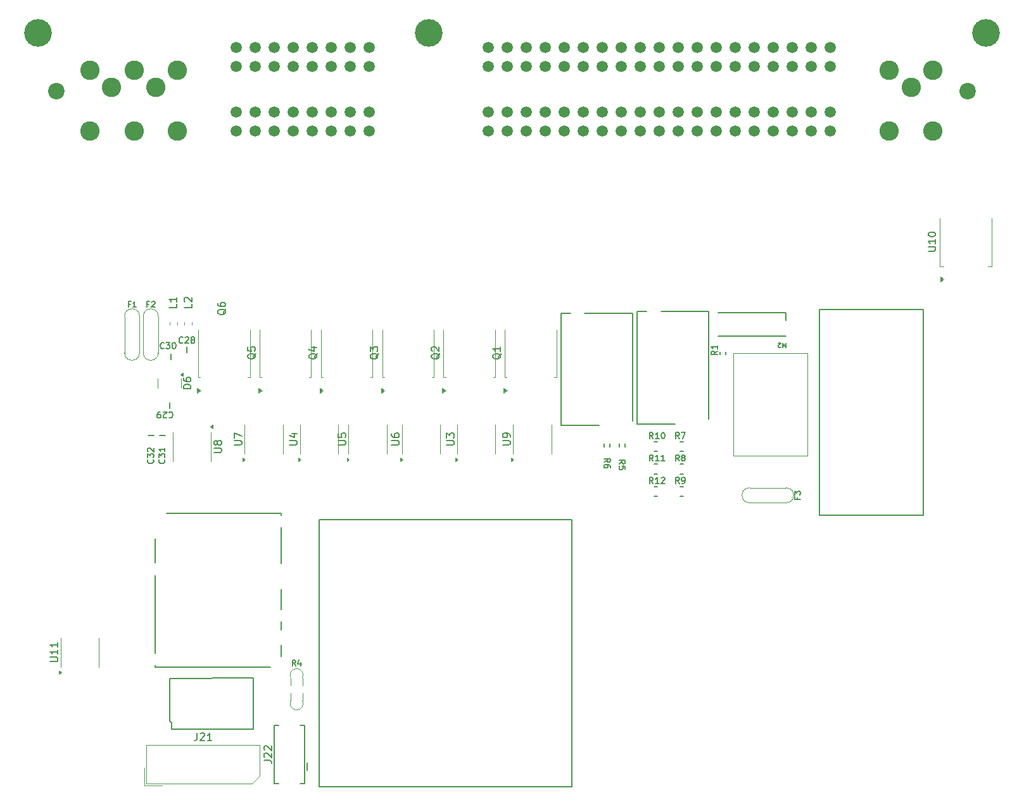
<source format=gto>
G04 #@! TF.GenerationSoftware,KiCad,Pcbnew,8.0.8*
G04 #@! TF.CreationDate,2025-12-10T10:52:46-05:00*
G04 #@! TF.ProjectId,hellen121vag,68656c6c-656e-4313-9231-7661672e6b69,d*
G04 #@! TF.SameCoordinates,PX2b953a0PY6943058*
G04 #@! TF.FileFunction,Legend,Top*
G04 #@! TF.FilePolarity,Positive*
%FSLAX46Y46*%
G04 Gerber Fmt 4.6, Leading zero omitted, Abs format (unit mm)*
G04 Created by KiCad (PCBNEW 8.0.8) date 2025-12-10 10:52:46*
%MOMM*%
%LPD*%
G01*
G04 APERTURE LIST*
%ADD10C,0.170000*%
%ADD11C,0.150000*%
%ADD12C,0.127000*%
%ADD13C,0.100000*%
%ADD14C,0.200000*%
%ADD15C,0.120000*%
%ADD16C,0.099060*%
%ADD17C,0.203200*%
%ADD18C,3.700000*%
%ADD19C,2.200000*%
%ADD20C,2.600000*%
%ADD21C,1.500000*%
G04 APERTURE END LIST*
D10*
X100461978Y52963153D02*
X100188644Y53353629D01*
X99993406Y52963153D02*
X99993406Y53783154D01*
X99993406Y53783154D02*
X100305787Y53783154D01*
X100305787Y53783154D02*
X100383883Y53744106D01*
X100383883Y53744106D02*
X100422930Y53705058D01*
X100422930Y53705058D02*
X100461978Y53626963D01*
X100461978Y53626963D02*
X100461978Y53509820D01*
X100461978Y53509820D02*
X100422930Y53431725D01*
X100422930Y53431725D02*
X100383883Y53392677D01*
X100383883Y53392677D02*
X100305787Y53353629D01*
X100305787Y53353629D02*
X99993406Y53353629D01*
X101242931Y52963153D02*
X100774359Y52963153D01*
X101008645Y52963153D02*
X101008645Y53783154D01*
X101008645Y53783154D02*
X100930550Y53666011D01*
X100930550Y53666011D02*
X100852455Y53587915D01*
X100852455Y53587915D02*
X100774359Y53548868D01*
X101555312Y53705058D02*
X101594360Y53744106D01*
X101594360Y53744106D02*
X101672455Y53783154D01*
X101672455Y53783154D02*
X101867694Y53783154D01*
X101867694Y53783154D02*
X101945789Y53744106D01*
X101945789Y53744106D02*
X101984837Y53705058D01*
X101984837Y53705058D02*
X102023884Y53626963D01*
X102023884Y53626963D02*
X102023884Y53548868D01*
X102023884Y53548868D02*
X101984837Y53431725D01*
X101984837Y53431725D02*
X101516265Y52963153D01*
X101516265Y52963153D02*
X102023884Y52963153D01*
D11*
X38754819Y76995834D02*
X38754819Y76519644D01*
X38754819Y76519644D02*
X37754819Y76519644D01*
X37850057Y77281549D02*
X37802438Y77329168D01*
X37802438Y77329168D02*
X37754819Y77424406D01*
X37754819Y77424406D02*
X37754819Y77662501D01*
X37754819Y77662501D02*
X37802438Y77757739D01*
X37802438Y77757739D02*
X37850057Y77805358D01*
X37850057Y77805358D02*
X37945295Y77852977D01*
X37945295Y77852977D02*
X38040533Y77852977D01*
X38040533Y77852977D02*
X38183390Y77805358D01*
X38183390Y77805358D02*
X38754819Y77233930D01*
X38754819Y77233930D02*
X38754819Y77852977D01*
X80130057Y70344762D02*
X80082438Y70249524D01*
X80082438Y70249524D02*
X79987200Y70154286D01*
X79987200Y70154286D02*
X79844342Y70011429D01*
X79844342Y70011429D02*
X79796723Y69916191D01*
X79796723Y69916191D02*
X79796723Y69820953D01*
X80034819Y69868572D02*
X79987200Y69773334D01*
X79987200Y69773334D02*
X79891961Y69678096D01*
X79891961Y69678096D02*
X79701485Y69630477D01*
X79701485Y69630477D02*
X79368152Y69630477D01*
X79368152Y69630477D02*
X79177676Y69678096D01*
X79177676Y69678096D02*
X79082438Y69773334D01*
X79082438Y69773334D02*
X79034819Y69868572D01*
X79034819Y69868572D02*
X79034819Y70059048D01*
X79034819Y70059048D02*
X79082438Y70154286D01*
X79082438Y70154286D02*
X79177676Y70249524D01*
X79177676Y70249524D02*
X79368152Y70297143D01*
X79368152Y70297143D02*
X79701485Y70297143D01*
X79701485Y70297143D02*
X79891961Y70249524D01*
X79891961Y70249524D02*
X79987200Y70154286D01*
X79987200Y70154286D02*
X80034819Y70059048D01*
X80034819Y70059048D02*
X80034819Y69868572D01*
X80034819Y71249524D02*
X80034819Y70678096D01*
X80034819Y70963810D02*
X79034819Y70963810D01*
X79034819Y70963810D02*
X79177676Y70868572D01*
X79177676Y70868572D02*
X79272914Y70773334D01*
X79272914Y70773334D02*
X79320533Y70678096D01*
X55545057Y70344762D02*
X55497438Y70249524D01*
X55497438Y70249524D02*
X55402200Y70154286D01*
X55402200Y70154286D02*
X55259342Y70011429D01*
X55259342Y70011429D02*
X55211723Y69916191D01*
X55211723Y69916191D02*
X55211723Y69820953D01*
X55449819Y69868572D02*
X55402200Y69773334D01*
X55402200Y69773334D02*
X55306961Y69678096D01*
X55306961Y69678096D02*
X55116485Y69630477D01*
X55116485Y69630477D02*
X54783152Y69630477D01*
X54783152Y69630477D02*
X54592676Y69678096D01*
X54592676Y69678096D02*
X54497438Y69773334D01*
X54497438Y69773334D02*
X54449819Y69868572D01*
X54449819Y69868572D02*
X54449819Y70059048D01*
X54449819Y70059048D02*
X54497438Y70154286D01*
X54497438Y70154286D02*
X54592676Y70249524D01*
X54592676Y70249524D02*
X54783152Y70297143D01*
X54783152Y70297143D02*
X55116485Y70297143D01*
X55116485Y70297143D02*
X55306961Y70249524D01*
X55306961Y70249524D02*
X55402200Y70154286D01*
X55402200Y70154286D02*
X55449819Y70059048D01*
X55449819Y70059048D02*
X55449819Y69868572D01*
X54783152Y71154286D02*
X55449819Y71154286D01*
X54402200Y70916191D02*
X55116485Y70678096D01*
X55116485Y70678096D02*
X55116485Y71297143D01*
D10*
X37575652Y71802418D02*
X37536604Y71763370D01*
X37536604Y71763370D02*
X37419461Y71724323D01*
X37419461Y71724323D02*
X37341366Y71724323D01*
X37341366Y71724323D02*
X37224223Y71763370D01*
X37224223Y71763370D02*
X37146128Y71841466D01*
X37146128Y71841466D02*
X37107080Y71919561D01*
X37107080Y71919561D02*
X37068032Y72075752D01*
X37068032Y72075752D02*
X37068032Y72192895D01*
X37068032Y72192895D02*
X37107080Y72349085D01*
X37107080Y72349085D02*
X37146128Y72427181D01*
X37146128Y72427181D02*
X37224223Y72505276D01*
X37224223Y72505276D02*
X37341366Y72544324D01*
X37341366Y72544324D02*
X37419461Y72544324D01*
X37419461Y72544324D02*
X37536604Y72505276D01*
X37536604Y72505276D02*
X37575652Y72466228D01*
X37888033Y72466228D02*
X37927081Y72505276D01*
X37927081Y72505276D02*
X38005176Y72544324D01*
X38005176Y72544324D02*
X38200415Y72544324D01*
X38200415Y72544324D02*
X38278510Y72505276D01*
X38278510Y72505276D02*
X38317558Y72466228D01*
X38317558Y72466228D02*
X38356605Y72388133D01*
X38356605Y72388133D02*
X38356605Y72310038D01*
X38356605Y72310038D02*
X38317558Y72192895D01*
X38317558Y72192895D02*
X37848986Y71724323D01*
X37848986Y71724323D02*
X38356605Y71724323D01*
X38825177Y72192895D02*
X38747082Y72231942D01*
X38747082Y72231942D02*
X38708034Y72270990D01*
X38708034Y72270990D02*
X38668986Y72349085D01*
X38668986Y72349085D02*
X38668986Y72388133D01*
X38668986Y72388133D02*
X38708034Y72466228D01*
X38708034Y72466228D02*
X38747082Y72505276D01*
X38747082Y72505276D02*
X38825177Y72544324D01*
X38825177Y72544324D02*
X38981368Y72544324D01*
X38981368Y72544324D02*
X39059463Y72505276D01*
X39059463Y72505276D02*
X39098511Y72466228D01*
X39098511Y72466228D02*
X39137558Y72388133D01*
X39137558Y72388133D02*
X39137558Y72349085D01*
X39137558Y72349085D02*
X39098511Y72270990D01*
X39098511Y72270990D02*
X39059463Y72231942D01*
X39059463Y72231942D02*
X38981368Y72192895D01*
X38981368Y72192895D02*
X38825177Y72192895D01*
X38825177Y72192895D02*
X38747082Y72153847D01*
X38747082Y72153847D02*
X38708034Y72114799D01*
X38708034Y72114799D02*
X38668986Y72036704D01*
X38668986Y72036704D02*
X38668986Y71880513D01*
X38668986Y71880513D02*
X38708034Y71802418D01*
X38708034Y71802418D02*
X38747082Y71763370D01*
X38747082Y71763370D02*
X38825177Y71724323D01*
X38825177Y71724323D02*
X38981368Y71724323D01*
X38981368Y71724323D02*
X39059463Y71763370D01*
X39059463Y71763370D02*
X39098511Y71802418D01*
X39098511Y71802418D02*
X39137558Y71880513D01*
X39137558Y71880513D02*
X39137558Y72036704D01*
X39137558Y72036704D02*
X39098511Y72114799D01*
X39098511Y72114799D02*
X39059463Y72153847D01*
X39059463Y72153847D02*
X38981368Y72192895D01*
D11*
X44449819Y58113096D02*
X45259342Y58113096D01*
X45259342Y58113096D02*
X45354580Y58160715D01*
X45354580Y58160715D02*
X45402200Y58208334D01*
X45402200Y58208334D02*
X45449819Y58303572D01*
X45449819Y58303572D02*
X45449819Y58494048D01*
X45449819Y58494048D02*
X45402200Y58589286D01*
X45402200Y58589286D02*
X45354580Y58636905D01*
X45354580Y58636905D02*
X45259342Y58684524D01*
X45259342Y58684524D02*
X44449819Y58684524D01*
X44449819Y59065477D02*
X44449819Y59732143D01*
X44449819Y59732143D02*
X45449819Y59303572D01*
X118183258Y71780573D02*
X118183258Y71180573D01*
X118183258Y71180573D02*
X117983258Y71609144D01*
X117983258Y71609144D02*
X117783258Y71180573D01*
X117783258Y71180573D02*
X117783258Y71780573D01*
X117526116Y71237716D02*
X117497544Y71209144D01*
X117497544Y71209144D02*
X117440402Y71180573D01*
X117440402Y71180573D02*
X117297544Y71180573D01*
X117297544Y71180573D02*
X117240402Y71209144D01*
X117240402Y71209144D02*
X117211830Y71237716D01*
X117211830Y71237716D02*
X117183259Y71294859D01*
X117183259Y71294859D02*
X117183259Y71352001D01*
X117183259Y71352001D02*
X117211830Y71437716D01*
X117211830Y71437716D02*
X117554687Y71780573D01*
X117554687Y71780573D02*
X117183259Y71780573D01*
X137229819Y84051906D02*
X138039342Y84051906D01*
X138039342Y84051906D02*
X138134580Y84099525D01*
X138134580Y84099525D02*
X138182200Y84147144D01*
X138182200Y84147144D02*
X138229819Y84242382D01*
X138229819Y84242382D02*
X138229819Y84432858D01*
X138229819Y84432858D02*
X138182200Y84528096D01*
X138182200Y84528096D02*
X138134580Y84575715D01*
X138134580Y84575715D02*
X138039342Y84623334D01*
X138039342Y84623334D02*
X137229819Y84623334D01*
X138229819Y85623334D02*
X138229819Y85051906D01*
X138229819Y85337620D02*
X137229819Y85337620D01*
X137229819Y85337620D02*
X137372676Y85242382D01*
X137372676Y85242382D02*
X137467914Y85147144D01*
X137467914Y85147144D02*
X137515533Y85051906D01*
X137229819Y86242382D02*
X137229819Y86337620D01*
X137229819Y86337620D02*
X137277438Y86432858D01*
X137277438Y86432858D02*
X137325057Y86480477D01*
X137325057Y86480477D02*
X137420295Y86528096D01*
X137420295Y86528096D02*
X137610771Y86575715D01*
X137610771Y86575715D02*
X137848866Y86575715D01*
X137848866Y86575715D02*
X138039342Y86528096D01*
X138039342Y86528096D02*
X138134580Y86480477D01*
X138134580Y86480477D02*
X138182200Y86432858D01*
X138182200Y86432858D02*
X138229819Y86337620D01*
X138229819Y86337620D02*
X138229819Y86242382D01*
X138229819Y86242382D02*
X138182200Y86147144D01*
X138182200Y86147144D02*
X138134580Y86099525D01*
X138134580Y86099525D02*
X138039342Y86051906D01*
X138039342Y86051906D02*
X137848866Y86004287D01*
X137848866Y86004287D02*
X137610771Y86004287D01*
X137610771Y86004287D02*
X137420295Y86051906D01*
X137420295Y86051906D02*
X137325057Y86099525D01*
X137325057Y86099525D02*
X137277438Y86147144D01*
X137277438Y86147144D02*
X137229819Y86242382D01*
X43350057Y76279762D02*
X43302438Y76184524D01*
X43302438Y76184524D02*
X43207200Y76089286D01*
X43207200Y76089286D02*
X43064342Y75946429D01*
X43064342Y75946429D02*
X43016723Y75851191D01*
X43016723Y75851191D02*
X43016723Y75755953D01*
X43254819Y75803572D02*
X43207200Y75708334D01*
X43207200Y75708334D02*
X43111961Y75613096D01*
X43111961Y75613096D02*
X42921485Y75565477D01*
X42921485Y75565477D02*
X42588152Y75565477D01*
X42588152Y75565477D02*
X42397676Y75613096D01*
X42397676Y75613096D02*
X42302438Y75708334D01*
X42302438Y75708334D02*
X42254819Y75803572D01*
X42254819Y75803572D02*
X42254819Y75994048D01*
X42254819Y75994048D02*
X42302438Y76089286D01*
X42302438Y76089286D02*
X42397676Y76184524D01*
X42397676Y76184524D02*
X42588152Y76232143D01*
X42588152Y76232143D02*
X42921485Y76232143D01*
X42921485Y76232143D02*
X43111961Y76184524D01*
X43111961Y76184524D02*
X43207200Y76089286D01*
X43207200Y76089286D02*
X43254819Y75994048D01*
X43254819Y75994048D02*
X43254819Y75803572D01*
X42254819Y77089286D02*
X42254819Y76898810D01*
X42254819Y76898810D02*
X42302438Y76803572D01*
X42302438Y76803572D02*
X42350057Y76755953D01*
X42350057Y76755953D02*
X42492914Y76660715D01*
X42492914Y76660715D02*
X42683390Y76613096D01*
X42683390Y76613096D02*
X43064342Y76613096D01*
X43064342Y76613096D02*
X43159580Y76660715D01*
X43159580Y76660715D02*
X43207200Y76708334D01*
X43207200Y76708334D02*
X43254819Y76803572D01*
X43254819Y76803572D02*
X43254819Y76994048D01*
X43254819Y76994048D02*
X43207200Y77089286D01*
X43207200Y77089286D02*
X43159580Y77136905D01*
X43159580Y77136905D02*
X43064342Y77184524D01*
X43064342Y77184524D02*
X42826247Y77184524D01*
X42826247Y77184524D02*
X42731009Y77136905D01*
X42731009Y77136905D02*
X42683390Y77089286D01*
X42683390Y77089286D02*
X42635771Y76994048D01*
X42635771Y76994048D02*
X42635771Y76803572D01*
X42635771Y76803572D02*
X42683390Y76708334D01*
X42683390Y76708334D02*
X42731009Y76660715D01*
X42731009Y76660715D02*
X42826247Y76613096D01*
D10*
X35732466Y62447583D02*
X35771514Y62486630D01*
X35771514Y62486630D02*
X35888657Y62525678D01*
X35888657Y62525678D02*
X35966752Y62525678D01*
X35966752Y62525678D02*
X36083895Y62486630D01*
X36083895Y62486630D02*
X36161991Y62408535D01*
X36161991Y62408535D02*
X36201038Y62330440D01*
X36201038Y62330440D02*
X36240086Y62174249D01*
X36240086Y62174249D02*
X36240086Y62057106D01*
X36240086Y62057106D02*
X36201038Y61900915D01*
X36201038Y61900915D02*
X36161991Y61822820D01*
X36161991Y61822820D02*
X36083895Y61744725D01*
X36083895Y61744725D02*
X35966752Y61705677D01*
X35966752Y61705677D02*
X35888657Y61705677D01*
X35888657Y61705677D02*
X35771514Y61744725D01*
X35771514Y61744725D02*
X35732466Y61783772D01*
X35420085Y61783772D02*
X35381037Y61744725D01*
X35381037Y61744725D02*
X35302942Y61705677D01*
X35302942Y61705677D02*
X35107704Y61705677D01*
X35107704Y61705677D02*
X35029608Y61744725D01*
X35029608Y61744725D02*
X34990561Y61783772D01*
X34990561Y61783772D02*
X34951513Y61861868D01*
X34951513Y61861868D02*
X34951513Y61939963D01*
X34951513Y61939963D02*
X34990561Y62057106D01*
X34990561Y62057106D02*
X35459133Y62525678D01*
X35459133Y62525678D02*
X34951513Y62525678D01*
X34561037Y62525678D02*
X34404846Y62525678D01*
X34404846Y62525678D02*
X34326751Y62486630D01*
X34326751Y62486630D02*
X34287703Y62447583D01*
X34287703Y62447583D02*
X34209608Y62330440D01*
X34209608Y62330440D02*
X34170560Y62174249D01*
X34170560Y62174249D02*
X34170560Y61861868D01*
X34170560Y61861868D02*
X34209608Y61783772D01*
X34209608Y61783772D02*
X34248655Y61744725D01*
X34248655Y61744725D02*
X34326751Y61705677D01*
X34326751Y61705677D02*
X34482941Y61705677D01*
X34482941Y61705677D02*
X34561037Y61744725D01*
X34561037Y61744725D02*
X34600084Y61783772D01*
X34600084Y61783772D02*
X34639132Y61861868D01*
X34639132Y61861868D02*
X34639132Y62057106D01*
X34639132Y62057106D02*
X34600084Y62135201D01*
X34600084Y62135201D02*
X34561037Y62174249D01*
X34561037Y62174249D02*
X34482941Y62213297D01*
X34482941Y62213297D02*
X34326751Y62213297D01*
X34326751Y62213297D02*
X34248655Y62174249D01*
X34248655Y62174249D02*
X34209608Y62135201D01*
X34209608Y62135201D02*
X34170560Y62057106D01*
X35112712Y56150653D02*
X35151760Y56111605D01*
X35151760Y56111605D02*
X35190807Y55994462D01*
X35190807Y55994462D02*
X35190807Y55916367D01*
X35190807Y55916367D02*
X35151760Y55799224D01*
X35151760Y55799224D02*
X35073664Y55721128D01*
X35073664Y55721128D02*
X34995569Y55682081D01*
X34995569Y55682081D02*
X34839378Y55643033D01*
X34839378Y55643033D02*
X34722235Y55643033D01*
X34722235Y55643033D02*
X34566045Y55682081D01*
X34566045Y55682081D02*
X34487949Y55721128D01*
X34487949Y55721128D02*
X34409854Y55799224D01*
X34409854Y55799224D02*
X34370806Y55916367D01*
X34370806Y55916367D02*
X34370806Y55994462D01*
X34370806Y55994462D02*
X34409854Y56111605D01*
X34409854Y56111605D02*
X34448902Y56150653D01*
X34370806Y56423986D02*
X34370806Y56931606D01*
X34370806Y56931606D02*
X34683188Y56658272D01*
X34683188Y56658272D02*
X34683188Y56775415D01*
X34683188Y56775415D02*
X34722235Y56853511D01*
X34722235Y56853511D02*
X34761283Y56892558D01*
X34761283Y56892558D02*
X34839378Y56931606D01*
X34839378Y56931606D02*
X35034617Y56931606D01*
X35034617Y56931606D02*
X35112712Y56892558D01*
X35112712Y56892558D02*
X35151760Y56853511D01*
X35151760Y56853511D02*
X35190807Y56775415D01*
X35190807Y56775415D02*
X35190807Y56541129D01*
X35190807Y56541129D02*
X35151760Y56463034D01*
X35151760Y56463034D02*
X35112712Y56423986D01*
X35190807Y57712559D02*
X35190807Y57243987D01*
X35190807Y57478273D02*
X34370806Y57478273D01*
X34370806Y57478273D02*
X34487949Y57400178D01*
X34487949Y57400178D02*
X34566045Y57322082D01*
X34566045Y57322082D02*
X34605092Y57243987D01*
X103961978Y55963153D02*
X103688644Y56353629D01*
X103493406Y55963153D02*
X103493406Y56783154D01*
X103493406Y56783154D02*
X103805787Y56783154D01*
X103805787Y56783154D02*
X103883883Y56744106D01*
X103883883Y56744106D02*
X103922930Y56705058D01*
X103922930Y56705058D02*
X103961978Y56626963D01*
X103961978Y56626963D02*
X103961978Y56509820D01*
X103961978Y56509820D02*
X103922930Y56431725D01*
X103922930Y56431725D02*
X103883883Y56392677D01*
X103883883Y56392677D02*
X103805787Y56353629D01*
X103805787Y56353629D02*
X103493406Y56353629D01*
X104430550Y56431725D02*
X104352455Y56470772D01*
X104352455Y56470772D02*
X104313407Y56509820D01*
X104313407Y56509820D02*
X104274359Y56587915D01*
X104274359Y56587915D02*
X104274359Y56626963D01*
X104274359Y56626963D02*
X104313407Y56705058D01*
X104313407Y56705058D02*
X104352455Y56744106D01*
X104352455Y56744106D02*
X104430550Y56783154D01*
X104430550Y56783154D02*
X104586741Y56783154D01*
X104586741Y56783154D02*
X104664836Y56744106D01*
X104664836Y56744106D02*
X104703884Y56705058D01*
X104703884Y56705058D02*
X104742931Y56626963D01*
X104742931Y56626963D02*
X104742931Y56587915D01*
X104742931Y56587915D02*
X104703884Y56509820D01*
X104703884Y56509820D02*
X104664836Y56470772D01*
X104664836Y56470772D02*
X104586741Y56431725D01*
X104586741Y56431725D02*
X104430550Y56431725D01*
X104430550Y56431725D02*
X104352455Y56392677D01*
X104352455Y56392677D02*
X104313407Y56353629D01*
X104313407Y56353629D02*
X104274359Y56275534D01*
X104274359Y56275534D02*
X104274359Y56119343D01*
X104274359Y56119343D02*
X104313407Y56041248D01*
X104313407Y56041248D02*
X104352455Y56002200D01*
X104352455Y56002200D02*
X104430550Y55963153D01*
X104430550Y55963153D02*
X104586741Y55963153D01*
X104586741Y55963153D02*
X104664836Y56002200D01*
X104664836Y56002200D02*
X104703884Y56041248D01*
X104703884Y56041248D02*
X104742931Y56119343D01*
X104742931Y56119343D02*
X104742931Y56275534D01*
X104742931Y56275534D02*
X104703884Y56353629D01*
X104703884Y56353629D02*
X104664836Y56392677D01*
X104664836Y56392677D02*
X104586741Y56431725D01*
X100461978Y58963153D02*
X100188644Y59353629D01*
X99993406Y58963153D02*
X99993406Y59783154D01*
X99993406Y59783154D02*
X100305787Y59783154D01*
X100305787Y59783154D02*
X100383883Y59744106D01*
X100383883Y59744106D02*
X100422930Y59705058D01*
X100422930Y59705058D02*
X100461978Y59626963D01*
X100461978Y59626963D02*
X100461978Y59509820D01*
X100461978Y59509820D02*
X100422930Y59431725D01*
X100422930Y59431725D02*
X100383883Y59392677D01*
X100383883Y59392677D02*
X100305787Y59353629D01*
X100305787Y59353629D02*
X99993406Y59353629D01*
X101242931Y58963153D02*
X100774359Y58963153D01*
X101008645Y58963153D02*
X101008645Y59783154D01*
X101008645Y59783154D02*
X100930550Y59666011D01*
X100930550Y59666011D02*
X100852455Y59587915D01*
X100852455Y59587915D02*
X100774359Y59548868D01*
X101750551Y59783154D02*
X101828646Y59783154D01*
X101828646Y59783154D02*
X101906741Y59744106D01*
X101906741Y59744106D02*
X101945789Y59705058D01*
X101945789Y59705058D02*
X101984837Y59626963D01*
X101984837Y59626963D02*
X102023884Y59470772D01*
X102023884Y59470772D02*
X102023884Y59275534D01*
X102023884Y59275534D02*
X101984837Y59119343D01*
X101984837Y59119343D02*
X101945789Y59041248D01*
X101945789Y59041248D02*
X101906741Y59002200D01*
X101906741Y59002200D02*
X101828646Y58963153D01*
X101828646Y58963153D02*
X101750551Y58963153D01*
X101750551Y58963153D02*
X101672455Y59002200D01*
X101672455Y59002200D02*
X101633408Y59041248D01*
X101633408Y59041248D02*
X101594360Y59119343D01*
X101594360Y59119343D02*
X101555312Y59275534D01*
X101555312Y59275534D02*
X101555312Y59470772D01*
X101555312Y59470772D02*
X101594360Y59626963D01*
X101594360Y59626963D02*
X101633408Y59705058D01*
X101633408Y59705058D02*
X101672455Y59744106D01*
X101672455Y59744106D02*
X101750551Y59783154D01*
D11*
X58354819Y58113096D02*
X59164342Y58113096D01*
X59164342Y58113096D02*
X59259580Y58160715D01*
X59259580Y58160715D02*
X59307200Y58208334D01*
X59307200Y58208334D02*
X59354819Y58303572D01*
X59354819Y58303572D02*
X59354819Y58494048D01*
X59354819Y58494048D02*
X59307200Y58589286D01*
X59307200Y58589286D02*
X59259580Y58636905D01*
X59259580Y58636905D02*
X59164342Y58684524D01*
X59164342Y58684524D02*
X58354819Y58684524D01*
X58354819Y59636905D02*
X58354819Y59160715D01*
X58354819Y59160715D02*
X58831009Y59113096D01*
X58831009Y59113096D02*
X58783390Y59160715D01*
X58783390Y59160715D02*
X58735771Y59255953D01*
X58735771Y59255953D02*
X58735771Y59494048D01*
X58735771Y59494048D02*
X58783390Y59589286D01*
X58783390Y59589286D02*
X58831009Y59636905D01*
X58831009Y59636905D02*
X58926247Y59684524D01*
X58926247Y59684524D02*
X59164342Y59684524D01*
X59164342Y59684524D02*
X59259580Y59636905D01*
X59259580Y59636905D02*
X59307200Y59589286D01*
X59307200Y59589286D02*
X59354819Y59494048D01*
X59354819Y59494048D02*
X59354819Y59255953D01*
X59354819Y59255953D02*
X59307200Y59160715D01*
X59307200Y59160715D02*
X59259580Y59113096D01*
D12*
X33046000Y76928232D02*
X32792000Y76928232D01*
X32792000Y76529089D02*
X32792000Y77291089D01*
X32792000Y77291089D02*
X33154857Y77291089D01*
X33408857Y77218517D02*
X33445143Y77254803D01*
X33445143Y77254803D02*
X33517715Y77291089D01*
X33517715Y77291089D02*
X33699143Y77291089D01*
X33699143Y77291089D02*
X33771715Y77254803D01*
X33771715Y77254803D02*
X33808000Y77218517D01*
X33808000Y77218517D02*
X33844286Y77145946D01*
X33844286Y77145946D02*
X33844286Y77073374D01*
X33844286Y77073374D02*
X33808000Y76964517D01*
X33808000Y76964517D02*
X33372572Y76529089D01*
X33372572Y76529089D02*
X33844286Y76529089D01*
D11*
X63740057Y70344762D02*
X63692438Y70249524D01*
X63692438Y70249524D02*
X63597200Y70154286D01*
X63597200Y70154286D02*
X63454342Y70011429D01*
X63454342Y70011429D02*
X63406723Y69916191D01*
X63406723Y69916191D02*
X63406723Y69820953D01*
X63644819Y69868572D02*
X63597200Y69773334D01*
X63597200Y69773334D02*
X63501961Y69678096D01*
X63501961Y69678096D02*
X63311485Y69630477D01*
X63311485Y69630477D02*
X62978152Y69630477D01*
X62978152Y69630477D02*
X62787676Y69678096D01*
X62787676Y69678096D02*
X62692438Y69773334D01*
X62692438Y69773334D02*
X62644819Y69868572D01*
X62644819Y69868572D02*
X62644819Y70059048D01*
X62644819Y70059048D02*
X62692438Y70154286D01*
X62692438Y70154286D02*
X62787676Y70249524D01*
X62787676Y70249524D02*
X62978152Y70297143D01*
X62978152Y70297143D02*
X63311485Y70297143D01*
X63311485Y70297143D02*
X63501961Y70249524D01*
X63501961Y70249524D02*
X63597200Y70154286D01*
X63597200Y70154286D02*
X63644819Y70059048D01*
X63644819Y70059048D02*
X63644819Y69868572D01*
X62644819Y70630477D02*
X62644819Y71249524D01*
X62644819Y71249524D02*
X63025771Y70916191D01*
X63025771Y70916191D02*
X63025771Y71059048D01*
X63025771Y71059048D02*
X63073390Y71154286D01*
X63073390Y71154286D02*
X63121009Y71201905D01*
X63121009Y71201905D02*
X63216247Y71249524D01*
X63216247Y71249524D02*
X63454342Y71249524D01*
X63454342Y71249524D02*
X63549580Y71201905D01*
X63549580Y71201905D02*
X63597200Y71154286D01*
X63597200Y71154286D02*
X63644819Y71059048D01*
X63644819Y71059048D02*
X63644819Y70773334D01*
X63644819Y70773334D02*
X63597200Y70678096D01*
X63597200Y70678096D02*
X63549580Y70630477D01*
D12*
X52673000Y28579088D02*
X52419000Y28941945D01*
X52237571Y28579088D02*
X52237571Y29341088D01*
X52237571Y29341088D02*
X52527857Y29341088D01*
X52527857Y29341088D02*
X52600428Y29304802D01*
X52600428Y29304802D02*
X52636714Y29268516D01*
X52636714Y29268516D02*
X52673000Y29195945D01*
X52673000Y29195945D02*
X52673000Y29087088D01*
X52673000Y29087088D02*
X52636714Y29014516D01*
X52636714Y29014516D02*
X52600428Y28978231D01*
X52600428Y28978231D02*
X52527857Y28941945D01*
X52527857Y28941945D02*
X52237571Y28941945D01*
X53326143Y29087088D02*
X53326143Y28579088D01*
X53144714Y29377373D02*
X52963285Y28833088D01*
X52963285Y28833088D02*
X53435000Y28833088D01*
D10*
X103961978Y52963153D02*
X103688644Y53353629D01*
X103493406Y52963153D02*
X103493406Y53783154D01*
X103493406Y53783154D02*
X103805787Y53783154D01*
X103805787Y53783154D02*
X103883883Y53744106D01*
X103883883Y53744106D02*
X103922930Y53705058D01*
X103922930Y53705058D02*
X103961978Y53626963D01*
X103961978Y53626963D02*
X103961978Y53509820D01*
X103961978Y53509820D02*
X103922930Y53431725D01*
X103922930Y53431725D02*
X103883883Y53392677D01*
X103883883Y53392677D02*
X103805787Y53353629D01*
X103805787Y53353629D02*
X103493406Y53353629D01*
X104352455Y52963153D02*
X104508645Y52963153D01*
X104508645Y52963153D02*
X104586741Y53002200D01*
X104586741Y53002200D02*
X104625788Y53041248D01*
X104625788Y53041248D02*
X104703884Y53158391D01*
X104703884Y53158391D02*
X104742931Y53314582D01*
X104742931Y53314582D02*
X104742931Y53626963D01*
X104742931Y53626963D02*
X104703884Y53705058D01*
X104703884Y53705058D02*
X104664836Y53744106D01*
X104664836Y53744106D02*
X104586741Y53783154D01*
X104586741Y53783154D02*
X104430550Y53783154D01*
X104430550Y53783154D02*
X104352455Y53744106D01*
X104352455Y53744106D02*
X104313407Y53705058D01*
X104313407Y53705058D02*
X104274359Y53626963D01*
X104274359Y53626963D02*
X104274359Y53431725D01*
X104274359Y53431725D02*
X104313407Y53353629D01*
X104313407Y53353629D02*
X104352455Y53314582D01*
X104352455Y53314582D02*
X104430550Y53275534D01*
X104430550Y53275534D02*
X104586741Y53275534D01*
X104586741Y53275534D02*
X104664836Y53314582D01*
X104664836Y53314582D02*
X104703884Y53353629D01*
X104703884Y53353629D02*
X104742931Y53431725D01*
D12*
X119746768Y51121001D02*
X119746768Y50867001D01*
X120145911Y50867001D02*
X119383911Y50867001D01*
X119383911Y50867001D02*
X119383911Y51229858D01*
X119383911Y51447573D02*
X119383911Y51919287D01*
X119383911Y51919287D02*
X119674197Y51665287D01*
X119674197Y51665287D02*
X119674197Y51774144D01*
X119674197Y51774144D02*
X119710483Y51846715D01*
X119710483Y51846715D02*
X119746768Y51883001D01*
X119746768Y51883001D02*
X119819340Y51919287D01*
X119819340Y51919287D02*
X120000768Y51919287D01*
X120000768Y51919287D02*
X120073340Y51883001D01*
X120073340Y51883001D02*
X120109626Y51846715D01*
X120109626Y51846715D02*
X120145911Y51774144D01*
X120145911Y51774144D02*
X120145911Y51556430D01*
X120145911Y51556430D02*
X120109626Y51483858D01*
X120109626Y51483858D02*
X120073340Y51447573D01*
X30546000Y76928232D02*
X30292000Y76928232D01*
X30292000Y76529089D02*
X30292000Y77291089D01*
X30292000Y77291089D02*
X30654857Y77291089D01*
X31344286Y76529089D02*
X30908857Y76529089D01*
X31126572Y76529089D02*
X31126572Y77291089D01*
X31126572Y77291089D02*
X31054000Y77182232D01*
X31054000Y77182232D02*
X30981429Y77109660D01*
X30981429Y77109660D02*
X30908857Y77073374D01*
D11*
X39490476Y19570181D02*
X39490476Y18855896D01*
X39490476Y18855896D02*
X39442857Y18713039D01*
X39442857Y18713039D02*
X39347619Y18617800D01*
X39347619Y18617800D02*
X39204762Y18570181D01*
X39204762Y18570181D02*
X39109524Y18570181D01*
X39919048Y19474943D02*
X39966667Y19522562D01*
X39966667Y19522562D02*
X40061905Y19570181D01*
X40061905Y19570181D02*
X40300000Y19570181D01*
X40300000Y19570181D02*
X40395238Y19522562D01*
X40395238Y19522562D02*
X40442857Y19474943D01*
X40442857Y19474943D02*
X40490476Y19379705D01*
X40490476Y19379705D02*
X40490476Y19284467D01*
X40490476Y19284467D02*
X40442857Y19141610D01*
X40442857Y19141610D02*
X39871429Y18570181D01*
X39871429Y18570181D02*
X40490476Y18570181D01*
X41442857Y18570181D02*
X40871429Y18570181D01*
X41157143Y18570181D02*
X41157143Y19570181D01*
X41157143Y19570181D02*
X41061905Y19427324D01*
X41061905Y19427324D02*
X40966667Y19332086D01*
X40966667Y19332086D02*
X40871429Y19284467D01*
D10*
X35075652Y71062288D02*
X35036604Y71023240D01*
X35036604Y71023240D02*
X34919461Y70984193D01*
X34919461Y70984193D02*
X34841366Y70984193D01*
X34841366Y70984193D02*
X34724223Y71023240D01*
X34724223Y71023240D02*
X34646128Y71101336D01*
X34646128Y71101336D02*
X34607080Y71179431D01*
X34607080Y71179431D02*
X34568032Y71335622D01*
X34568032Y71335622D02*
X34568032Y71452765D01*
X34568032Y71452765D02*
X34607080Y71608955D01*
X34607080Y71608955D02*
X34646128Y71687051D01*
X34646128Y71687051D02*
X34724223Y71765146D01*
X34724223Y71765146D02*
X34841366Y71804194D01*
X34841366Y71804194D02*
X34919461Y71804194D01*
X34919461Y71804194D02*
X35036604Y71765146D01*
X35036604Y71765146D02*
X35075652Y71726098D01*
X35348986Y71804194D02*
X35856605Y71804194D01*
X35856605Y71804194D02*
X35583272Y71491812D01*
X35583272Y71491812D02*
X35700415Y71491812D01*
X35700415Y71491812D02*
X35778510Y71452765D01*
X35778510Y71452765D02*
X35817558Y71413717D01*
X35817558Y71413717D02*
X35856605Y71335622D01*
X35856605Y71335622D02*
X35856605Y71140383D01*
X35856605Y71140383D02*
X35817558Y71062288D01*
X35817558Y71062288D02*
X35778510Y71023240D01*
X35778510Y71023240D02*
X35700415Y70984193D01*
X35700415Y70984193D02*
X35466129Y70984193D01*
X35466129Y70984193D02*
X35388033Y71023240D01*
X35388033Y71023240D02*
X35348986Y71062288D01*
X36364225Y71804194D02*
X36442320Y71804194D01*
X36442320Y71804194D02*
X36520415Y71765146D01*
X36520415Y71765146D02*
X36559463Y71726098D01*
X36559463Y71726098D02*
X36598511Y71648003D01*
X36598511Y71648003D02*
X36637558Y71491812D01*
X36637558Y71491812D02*
X36637558Y71296574D01*
X36637558Y71296574D02*
X36598511Y71140383D01*
X36598511Y71140383D02*
X36559463Y71062288D01*
X36559463Y71062288D02*
X36520415Y71023240D01*
X36520415Y71023240D02*
X36442320Y70984193D01*
X36442320Y70984193D02*
X36364225Y70984193D01*
X36364225Y70984193D02*
X36286129Y71023240D01*
X36286129Y71023240D02*
X36247082Y71062288D01*
X36247082Y71062288D02*
X36208034Y71140383D01*
X36208034Y71140383D02*
X36168986Y71296574D01*
X36168986Y71296574D02*
X36168986Y71491812D01*
X36168986Y71491812D02*
X36208034Y71648003D01*
X36208034Y71648003D02*
X36247082Y71726098D01*
X36247082Y71726098D02*
X36286129Y71765146D01*
X36286129Y71765146D02*
X36364225Y71804194D01*
D11*
X38654819Y65636906D02*
X37654819Y65636906D01*
X37654819Y65636906D02*
X37654819Y65875001D01*
X37654819Y65875001D02*
X37702438Y66017858D01*
X37702438Y66017858D02*
X37797676Y66113096D01*
X37797676Y66113096D02*
X37892914Y66160715D01*
X37892914Y66160715D02*
X38083390Y66208334D01*
X38083390Y66208334D02*
X38226247Y66208334D01*
X38226247Y66208334D02*
X38416723Y66160715D01*
X38416723Y66160715D02*
X38511961Y66113096D01*
X38511961Y66113096D02*
X38607200Y66017858D01*
X38607200Y66017858D02*
X38654819Y65875001D01*
X38654819Y65875001D02*
X38654819Y65636906D01*
X37654819Y67065477D02*
X37654819Y66875001D01*
X37654819Y66875001D02*
X37702438Y66779763D01*
X37702438Y66779763D02*
X37750057Y66732144D01*
X37750057Y66732144D02*
X37892914Y66636906D01*
X37892914Y66636906D02*
X38083390Y66589287D01*
X38083390Y66589287D02*
X38464342Y66589287D01*
X38464342Y66589287D02*
X38559580Y66636906D01*
X38559580Y66636906D02*
X38607200Y66684525D01*
X38607200Y66684525D02*
X38654819Y66779763D01*
X38654819Y66779763D02*
X38654819Y66970239D01*
X38654819Y66970239D02*
X38607200Y67065477D01*
X38607200Y67065477D02*
X38559580Y67113096D01*
X38559580Y67113096D02*
X38464342Y67160715D01*
X38464342Y67160715D02*
X38226247Y67160715D01*
X38226247Y67160715D02*
X38131009Y67113096D01*
X38131009Y67113096D02*
X38083390Y67065477D01*
X38083390Y67065477D02*
X38035771Y66970239D01*
X38035771Y66970239D02*
X38035771Y66779763D01*
X38035771Y66779763D02*
X38083390Y66684525D01*
X38083390Y66684525D02*
X38131009Y66636906D01*
X38131009Y66636906D02*
X38226247Y66589287D01*
X72854819Y58113096D02*
X73664342Y58113096D01*
X73664342Y58113096D02*
X73759580Y58160715D01*
X73759580Y58160715D02*
X73807200Y58208334D01*
X73807200Y58208334D02*
X73854819Y58303572D01*
X73854819Y58303572D02*
X73854819Y58494048D01*
X73854819Y58494048D02*
X73807200Y58589286D01*
X73807200Y58589286D02*
X73759580Y58636905D01*
X73759580Y58636905D02*
X73664342Y58684524D01*
X73664342Y58684524D02*
X72854819Y58684524D01*
X72854819Y59065477D02*
X72854819Y59684524D01*
X72854819Y59684524D02*
X73235771Y59351191D01*
X73235771Y59351191D02*
X73235771Y59494048D01*
X73235771Y59494048D02*
X73283390Y59589286D01*
X73283390Y59589286D02*
X73331009Y59636905D01*
X73331009Y59636905D02*
X73426247Y59684524D01*
X73426247Y59684524D02*
X73664342Y59684524D01*
X73664342Y59684524D02*
X73759580Y59636905D01*
X73759580Y59636905D02*
X73807200Y59589286D01*
X73807200Y59589286D02*
X73854819Y59494048D01*
X73854819Y59494048D02*
X73854819Y59208334D01*
X73854819Y59208334D02*
X73807200Y59113096D01*
X73807200Y59113096D02*
X73759580Y59065477D01*
X47350057Y70344762D02*
X47302438Y70249524D01*
X47302438Y70249524D02*
X47207200Y70154286D01*
X47207200Y70154286D02*
X47064342Y70011429D01*
X47064342Y70011429D02*
X47016723Y69916191D01*
X47016723Y69916191D02*
X47016723Y69820953D01*
X47254819Y69868572D02*
X47207200Y69773334D01*
X47207200Y69773334D02*
X47111961Y69678096D01*
X47111961Y69678096D02*
X46921485Y69630477D01*
X46921485Y69630477D02*
X46588152Y69630477D01*
X46588152Y69630477D02*
X46397676Y69678096D01*
X46397676Y69678096D02*
X46302438Y69773334D01*
X46302438Y69773334D02*
X46254819Y69868572D01*
X46254819Y69868572D02*
X46254819Y70059048D01*
X46254819Y70059048D02*
X46302438Y70154286D01*
X46302438Y70154286D02*
X46397676Y70249524D01*
X46397676Y70249524D02*
X46588152Y70297143D01*
X46588152Y70297143D02*
X46921485Y70297143D01*
X46921485Y70297143D02*
X47111961Y70249524D01*
X47111961Y70249524D02*
X47207200Y70154286D01*
X47207200Y70154286D02*
X47254819Y70059048D01*
X47254819Y70059048D02*
X47254819Y69868572D01*
X46254819Y71201905D02*
X46254819Y70725715D01*
X46254819Y70725715D02*
X46731009Y70678096D01*
X46731009Y70678096D02*
X46683390Y70725715D01*
X46683390Y70725715D02*
X46635771Y70820953D01*
X46635771Y70820953D02*
X46635771Y71059048D01*
X46635771Y71059048D02*
X46683390Y71154286D01*
X46683390Y71154286D02*
X46731009Y71201905D01*
X46731009Y71201905D02*
X46826247Y71249524D01*
X46826247Y71249524D02*
X47064342Y71249524D01*
X47064342Y71249524D02*
X47159580Y71201905D01*
X47159580Y71201905D02*
X47207200Y71154286D01*
X47207200Y71154286D02*
X47254819Y71059048D01*
X47254819Y71059048D02*
X47254819Y70820953D01*
X47254819Y70820953D02*
X47207200Y70725715D01*
X47207200Y70725715D02*
X47159580Y70678096D01*
D10*
X109036985Y70650652D02*
X108646509Y70377319D01*
X109036985Y70182081D02*
X108216985Y70182081D01*
X108216985Y70182081D02*
X108216985Y70494462D01*
X108216985Y70494462D02*
X108256033Y70572557D01*
X108256033Y70572557D02*
X108295080Y70611604D01*
X108295080Y70611604D02*
X108373176Y70650652D01*
X108373176Y70650652D02*
X108490318Y70650652D01*
X108490318Y70650652D02*
X108568414Y70611604D01*
X108568414Y70611604D02*
X108607461Y70572557D01*
X108607461Y70572557D02*
X108646509Y70494462D01*
X108646509Y70494462D02*
X108646509Y70182081D01*
X109036985Y71431604D02*
X109036985Y70963033D01*
X109036985Y71197319D02*
X108216985Y71197319D01*
X108216985Y71197319D02*
X108334128Y71119223D01*
X108334128Y71119223D02*
X108412223Y71041128D01*
X108412223Y71041128D02*
X108451271Y70963033D01*
X93909191Y55799349D02*
X94299667Y56072682D01*
X93909191Y56267920D02*
X94729191Y56267920D01*
X94729191Y56267920D02*
X94729191Y55955539D01*
X94729191Y55955539D02*
X94690143Y55877444D01*
X94690143Y55877444D02*
X94651096Y55838397D01*
X94651096Y55838397D02*
X94573000Y55799349D01*
X94573000Y55799349D02*
X94455858Y55799349D01*
X94455858Y55799349D02*
X94377762Y55838397D01*
X94377762Y55838397D02*
X94338715Y55877444D01*
X94338715Y55877444D02*
X94299667Y55955539D01*
X94299667Y55955539D02*
X94299667Y56267920D01*
X94729191Y55096492D02*
X94729191Y55252682D01*
X94729191Y55252682D02*
X94690143Y55330778D01*
X94690143Y55330778D02*
X94651096Y55369825D01*
X94651096Y55369825D02*
X94533953Y55447920D01*
X94533953Y55447920D02*
X94377762Y55486968D01*
X94377762Y55486968D02*
X94065381Y55486968D01*
X94065381Y55486968D02*
X93987286Y55447920D01*
X93987286Y55447920D02*
X93948239Y55408873D01*
X93948239Y55408873D02*
X93909191Y55330778D01*
X93909191Y55330778D02*
X93909191Y55174587D01*
X93909191Y55174587D02*
X93948239Y55096492D01*
X93948239Y55096492D02*
X93987286Y55057444D01*
X93987286Y55057444D02*
X94065381Y55018397D01*
X94065381Y55018397D02*
X94260619Y55018397D01*
X94260619Y55018397D02*
X94338715Y55057444D01*
X94338715Y55057444D02*
X94377762Y55096492D01*
X94377762Y55096492D02*
X94416810Y55174587D01*
X94416810Y55174587D02*
X94416810Y55330778D01*
X94416810Y55330778D02*
X94377762Y55408873D01*
X94377762Y55408873D02*
X94338715Y55447920D01*
X94338715Y55447920D02*
X94260619Y55486968D01*
D11*
X65489819Y58113096D02*
X66299342Y58113096D01*
X66299342Y58113096D02*
X66394580Y58160715D01*
X66394580Y58160715D02*
X66442200Y58208334D01*
X66442200Y58208334D02*
X66489819Y58303572D01*
X66489819Y58303572D02*
X66489819Y58494048D01*
X66489819Y58494048D02*
X66442200Y58589286D01*
X66442200Y58589286D02*
X66394580Y58636905D01*
X66394580Y58636905D02*
X66299342Y58684524D01*
X66299342Y58684524D02*
X65489819Y58684524D01*
X65489819Y59589286D02*
X65489819Y59398810D01*
X65489819Y59398810D02*
X65537438Y59303572D01*
X65537438Y59303572D02*
X65585057Y59255953D01*
X65585057Y59255953D02*
X65727914Y59160715D01*
X65727914Y59160715D02*
X65918390Y59113096D01*
X65918390Y59113096D02*
X66299342Y59113096D01*
X66299342Y59113096D02*
X66394580Y59160715D01*
X66394580Y59160715D02*
X66442200Y59208334D01*
X66442200Y59208334D02*
X66489819Y59303572D01*
X66489819Y59303572D02*
X66489819Y59494048D01*
X66489819Y59494048D02*
X66442200Y59589286D01*
X66442200Y59589286D02*
X66394580Y59636905D01*
X66394580Y59636905D02*
X66299342Y59684524D01*
X66299342Y59684524D02*
X66061247Y59684524D01*
X66061247Y59684524D02*
X65966009Y59636905D01*
X65966009Y59636905D02*
X65918390Y59589286D01*
X65918390Y59589286D02*
X65870771Y59494048D01*
X65870771Y59494048D02*
X65870771Y59303572D01*
X65870771Y59303572D02*
X65918390Y59208334D01*
X65918390Y59208334D02*
X65966009Y59160715D01*
X65966009Y59160715D02*
X66061247Y59113096D01*
X36754819Y76995834D02*
X36754819Y76519644D01*
X36754819Y76519644D02*
X35754819Y76519644D01*
X36754819Y77852977D02*
X36754819Y77281549D01*
X36754819Y77567263D02*
X35754819Y77567263D01*
X35754819Y77567263D02*
X35897676Y77472025D01*
X35897676Y77472025D02*
X35992914Y77376787D01*
X35992914Y77376787D02*
X36040533Y77281549D01*
D10*
X103961978Y58963153D02*
X103688644Y59353629D01*
X103493406Y58963153D02*
X103493406Y59783154D01*
X103493406Y59783154D02*
X103805787Y59783154D01*
X103805787Y59783154D02*
X103883883Y59744106D01*
X103883883Y59744106D02*
X103922930Y59705058D01*
X103922930Y59705058D02*
X103961978Y59626963D01*
X103961978Y59626963D02*
X103961978Y59509820D01*
X103961978Y59509820D02*
X103922930Y59431725D01*
X103922930Y59431725D02*
X103883883Y59392677D01*
X103883883Y59392677D02*
X103805787Y59353629D01*
X103805787Y59353629D02*
X103493406Y59353629D01*
X104235312Y59783154D02*
X104781979Y59783154D01*
X104781979Y59783154D02*
X104430550Y58963153D01*
X100461978Y55963153D02*
X100188644Y56353629D01*
X99993406Y55963153D02*
X99993406Y56783154D01*
X99993406Y56783154D02*
X100305787Y56783154D01*
X100305787Y56783154D02*
X100383883Y56744106D01*
X100383883Y56744106D02*
X100422930Y56705058D01*
X100422930Y56705058D02*
X100461978Y56626963D01*
X100461978Y56626963D02*
X100461978Y56509820D01*
X100461978Y56509820D02*
X100422930Y56431725D01*
X100422930Y56431725D02*
X100383883Y56392677D01*
X100383883Y56392677D02*
X100305787Y56353629D01*
X100305787Y56353629D02*
X99993406Y56353629D01*
X101242931Y55963153D02*
X100774359Y55963153D01*
X101008645Y55963153D02*
X101008645Y56783154D01*
X101008645Y56783154D02*
X100930550Y56666011D01*
X100930550Y56666011D02*
X100852455Y56587915D01*
X100852455Y56587915D02*
X100774359Y56548868D01*
X102023884Y55963153D02*
X101555312Y55963153D01*
X101789598Y55963153D02*
X101789598Y56783154D01*
X101789598Y56783154D02*
X101711503Y56666011D01*
X101711503Y56666011D02*
X101633408Y56587915D01*
X101633408Y56587915D02*
X101555312Y56548868D01*
D11*
X51854819Y58113096D02*
X52664342Y58113096D01*
X52664342Y58113096D02*
X52759580Y58160715D01*
X52759580Y58160715D02*
X52807200Y58208334D01*
X52807200Y58208334D02*
X52854819Y58303572D01*
X52854819Y58303572D02*
X52854819Y58494048D01*
X52854819Y58494048D02*
X52807200Y58589286D01*
X52807200Y58589286D02*
X52759580Y58636905D01*
X52759580Y58636905D02*
X52664342Y58684524D01*
X52664342Y58684524D02*
X51854819Y58684524D01*
X52188152Y59589286D02*
X52854819Y59589286D01*
X51807200Y59351191D02*
X52521485Y59113096D01*
X52521485Y59113096D02*
X52521485Y59732143D01*
X48429819Y15915477D02*
X49144104Y15915477D01*
X49144104Y15915477D02*
X49286961Y15867858D01*
X49286961Y15867858D02*
X49382200Y15772620D01*
X49382200Y15772620D02*
X49429819Y15629763D01*
X49429819Y15629763D02*
X49429819Y15534525D01*
X48525057Y16344049D02*
X48477438Y16391668D01*
X48477438Y16391668D02*
X48429819Y16486906D01*
X48429819Y16486906D02*
X48429819Y16725001D01*
X48429819Y16725001D02*
X48477438Y16820239D01*
X48477438Y16820239D02*
X48525057Y16867858D01*
X48525057Y16867858D02*
X48620295Y16915477D01*
X48620295Y16915477D02*
X48715533Y16915477D01*
X48715533Y16915477D02*
X48858390Y16867858D01*
X48858390Y16867858D02*
X49429819Y16296430D01*
X49429819Y16296430D02*
X49429819Y16915477D01*
X48525057Y17296430D02*
X48477438Y17344049D01*
X48477438Y17344049D02*
X48429819Y17439287D01*
X48429819Y17439287D02*
X48429819Y17677382D01*
X48429819Y17677382D02*
X48477438Y17772620D01*
X48477438Y17772620D02*
X48525057Y17820239D01*
X48525057Y17820239D02*
X48620295Y17867858D01*
X48620295Y17867858D02*
X48715533Y17867858D01*
X48715533Y17867858D02*
X48858390Y17820239D01*
X48858390Y17820239D02*
X49429819Y17248811D01*
X49429819Y17248811D02*
X49429819Y17867858D01*
X71935057Y70344762D02*
X71887438Y70249524D01*
X71887438Y70249524D02*
X71792200Y70154286D01*
X71792200Y70154286D02*
X71649342Y70011429D01*
X71649342Y70011429D02*
X71601723Y69916191D01*
X71601723Y69916191D02*
X71601723Y69820953D01*
X71839819Y69868572D02*
X71792200Y69773334D01*
X71792200Y69773334D02*
X71696961Y69678096D01*
X71696961Y69678096D02*
X71506485Y69630477D01*
X71506485Y69630477D02*
X71173152Y69630477D01*
X71173152Y69630477D02*
X70982676Y69678096D01*
X70982676Y69678096D02*
X70887438Y69773334D01*
X70887438Y69773334D02*
X70839819Y69868572D01*
X70839819Y69868572D02*
X70839819Y70059048D01*
X70839819Y70059048D02*
X70887438Y70154286D01*
X70887438Y70154286D02*
X70982676Y70249524D01*
X70982676Y70249524D02*
X71173152Y70297143D01*
X71173152Y70297143D02*
X71506485Y70297143D01*
X71506485Y70297143D02*
X71696961Y70249524D01*
X71696961Y70249524D02*
X71792200Y70154286D01*
X71792200Y70154286D02*
X71839819Y70059048D01*
X71839819Y70059048D02*
X71839819Y69868572D01*
X70935057Y70678096D02*
X70887438Y70725715D01*
X70887438Y70725715D02*
X70839819Y70820953D01*
X70839819Y70820953D02*
X70839819Y71059048D01*
X70839819Y71059048D02*
X70887438Y71154286D01*
X70887438Y71154286D02*
X70935057Y71201905D01*
X70935057Y71201905D02*
X71030295Y71249524D01*
X71030295Y71249524D02*
X71125533Y71249524D01*
X71125533Y71249524D02*
X71268390Y71201905D01*
X71268390Y71201905D02*
X71839819Y70630477D01*
X71839819Y70630477D02*
X71839819Y71249524D01*
D10*
X33612712Y56150653D02*
X33651760Y56111605D01*
X33651760Y56111605D02*
X33690807Y55994462D01*
X33690807Y55994462D02*
X33690807Y55916367D01*
X33690807Y55916367D02*
X33651760Y55799224D01*
X33651760Y55799224D02*
X33573664Y55721128D01*
X33573664Y55721128D02*
X33495569Y55682081D01*
X33495569Y55682081D02*
X33339378Y55643033D01*
X33339378Y55643033D02*
X33222235Y55643033D01*
X33222235Y55643033D02*
X33066045Y55682081D01*
X33066045Y55682081D02*
X32987949Y55721128D01*
X32987949Y55721128D02*
X32909854Y55799224D01*
X32909854Y55799224D02*
X32870806Y55916367D01*
X32870806Y55916367D02*
X32870806Y55994462D01*
X32870806Y55994462D02*
X32909854Y56111605D01*
X32909854Y56111605D02*
X32948902Y56150653D01*
X32870806Y56423986D02*
X32870806Y56931606D01*
X32870806Y56931606D02*
X33183188Y56658272D01*
X33183188Y56658272D02*
X33183188Y56775415D01*
X33183188Y56775415D02*
X33222235Y56853511D01*
X33222235Y56853511D02*
X33261283Y56892558D01*
X33261283Y56892558D02*
X33339378Y56931606D01*
X33339378Y56931606D02*
X33534617Y56931606D01*
X33534617Y56931606D02*
X33612712Y56892558D01*
X33612712Y56892558D02*
X33651760Y56853511D01*
X33651760Y56853511D02*
X33690807Y56775415D01*
X33690807Y56775415D02*
X33690807Y56541129D01*
X33690807Y56541129D02*
X33651760Y56463034D01*
X33651760Y56463034D02*
X33612712Y56423986D01*
X32948902Y57243987D02*
X32909854Y57283035D01*
X32909854Y57283035D02*
X32870806Y57361130D01*
X32870806Y57361130D02*
X32870806Y57556368D01*
X32870806Y57556368D02*
X32909854Y57634464D01*
X32909854Y57634464D02*
X32948902Y57673511D01*
X32948902Y57673511D02*
X33026997Y57712559D01*
X33026997Y57712559D02*
X33105092Y57712559D01*
X33105092Y57712559D02*
X33222235Y57673511D01*
X33222235Y57673511D02*
X33690807Y57204939D01*
X33690807Y57204939D02*
X33690807Y57712559D01*
X95909191Y55599349D02*
X96299667Y55872682D01*
X95909191Y56067920D02*
X96729191Y56067920D01*
X96729191Y56067920D02*
X96729191Y55755539D01*
X96729191Y55755539D02*
X96690143Y55677444D01*
X96690143Y55677444D02*
X96651096Y55638397D01*
X96651096Y55638397D02*
X96573000Y55599349D01*
X96573000Y55599349D02*
X96455858Y55599349D01*
X96455858Y55599349D02*
X96377762Y55638397D01*
X96377762Y55638397D02*
X96338715Y55677444D01*
X96338715Y55677444D02*
X96299667Y55755539D01*
X96299667Y55755539D02*
X96299667Y56067920D01*
X96729191Y54857444D02*
X96729191Y55247920D01*
X96729191Y55247920D02*
X96338715Y55286968D01*
X96338715Y55286968D02*
X96377762Y55247920D01*
X96377762Y55247920D02*
X96416810Y55169825D01*
X96416810Y55169825D02*
X96416810Y54974587D01*
X96416810Y54974587D02*
X96377762Y54896492D01*
X96377762Y54896492D02*
X96338715Y54857444D01*
X96338715Y54857444D02*
X96260619Y54818397D01*
X96260619Y54818397D02*
X96065381Y54818397D01*
X96065381Y54818397D02*
X95987286Y54857444D01*
X95987286Y54857444D02*
X95948239Y54896492D01*
X95948239Y54896492D02*
X95909191Y54974587D01*
X95909191Y54974587D02*
X95909191Y55169825D01*
X95909191Y55169825D02*
X95948239Y55247920D01*
X95948239Y55247920D02*
X95987286Y55286968D01*
D11*
X80354819Y58113096D02*
X81164342Y58113096D01*
X81164342Y58113096D02*
X81259580Y58160715D01*
X81259580Y58160715D02*
X81307200Y58208334D01*
X81307200Y58208334D02*
X81354819Y58303572D01*
X81354819Y58303572D02*
X81354819Y58494048D01*
X81354819Y58494048D02*
X81307200Y58589286D01*
X81307200Y58589286D02*
X81259580Y58636905D01*
X81259580Y58636905D02*
X81164342Y58684524D01*
X81164342Y58684524D02*
X80354819Y58684524D01*
X81354819Y59208334D02*
X81354819Y59398810D01*
X81354819Y59398810D02*
X81307200Y59494048D01*
X81307200Y59494048D02*
X81259580Y59541667D01*
X81259580Y59541667D02*
X81116723Y59636905D01*
X81116723Y59636905D02*
X80926247Y59684524D01*
X80926247Y59684524D02*
X80545295Y59684524D01*
X80545295Y59684524D02*
X80450057Y59636905D01*
X80450057Y59636905D02*
X80402438Y59589286D01*
X80402438Y59589286D02*
X80354819Y59494048D01*
X80354819Y59494048D02*
X80354819Y59303572D01*
X80354819Y59303572D02*
X80402438Y59208334D01*
X80402438Y59208334D02*
X80450057Y59160715D01*
X80450057Y59160715D02*
X80545295Y59113096D01*
X80545295Y59113096D02*
X80783390Y59113096D01*
X80783390Y59113096D02*
X80878628Y59160715D01*
X80878628Y59160715D02*
X80926247Y59208334D01*
X80926247Y59208334D02*
X80973866Y59303572D01*
X80973866Y59303572D02*
X80973866Y59494048D01*
X80973866Y59494048D02*
X80926247Y59589286D01*
X80926247Y59589286D02*
X80878628Y59636905D01*
X80878628Y59636905D02*
X80783390Y59684524D01*
X19854819Y29136906D02*
X20664342Y29136906D01*
X20664342Y29136906D02*
X20759580Y29184525D01*
X20759580Y29184525D02*
X20807200Y29232144D01*
X20807200Y29232144D02*
X20854819Y29327382D01*
X20854819Y29327382D02*
X20854819Y29517858D01*
X20854819Y29517858D02*
X20807200Y29613096D01*
X20807200Y29613096D02*
X20759580Y29660715D01*
X20759580Y29660715D02*
X20664342Y29708334D01*
X20664342Y29708334D02*
X19854819Y29708334D01*
X20854819Y30708334D02*
X20854819Y30136906D01*
X20854819Y30422620D02*
X19854819Y30422620D01*
X19854819Y30422620D02*
X19997676Y30327382D01*
X19997676Y30327382D02*
X20092914Y30232144D01*
X20092914Y30232144D02*
X20140533Y30136906D01*
X20854819Y31660715D02*
X20854819Y31089287D01*
X20854819Y31375001D02*
X19854819Y31375001D01*
X19854819Y31375001D02*
X19997676Y31279763D01*
X19997676Y31279763D02*
X20092914Y31184525D01*
X20092914Y31184525D02*
X20140533Y31089287D01*
X41754819Y57113096D02*
X42564342Y57113096D01*
X42564342Y57113096D02*
X42659580Y57160715D01*
X42659580Y57160715D02*
X42707200Y57208334D01*
X42707200Y57208334D02*
X42754819Y57303572D01*
X42754819Y57303572D02*
X42754819Y57494048D01*
X42754819Y57494048D02*
X42707200Y57589286D01*
X42707200Y57589286D02*
X42659580Y57636905D01*
X42659580Y57636905D02*
X42564342Y57684524D01*
X42564342Y57684524D02*
X41754819Y57684524D01*
X42183390Y58303572D02*
X42135771Y58208334D01*
X42135771Y58208334D02*
X42088152Y58160715D01*
X42088152Y58160715D02*
X41992914Y58113096D01*
X41992914Y58113096D02*
X41945295Y58113096D01*
X41945295Y58113096D02*
X41850057Y58160715D01*
X41850057Y58160715D02*
X41802438Y58208334D01*
X41802438Y58208334D02*
X41754819Y58303572D01*
X41754819Y58303572D02*
X41754819Y58494048D01*
X41754819Y58494048D02*
X41802438Y58589286D01*
X41802438Y58589286D02*
X41850057Y58636905D01*
X41850057Y58636905D02*
X41945295Y58684524D01*
X41945295Y58684524D02*
X41992914Y58684524D01*
X41992914Y58684524D02*
X42088152Y58636905D01*
X42088152Y58636905D02*
X42135771Y58589286D01*
X42135771Y58589286D02*
X42183390Y58494048D01*
X42183390Y58494048D02*
X42183390Y58303572D01*
X42183390Y58303572D02*
X42231009Y58208334D01*
X42231009Y58208334D02*
X42278628Y58160715D01*
X42278628Y58160715D02*
X42373866Y58113096D01*
X42373866Y58113096D02*
X42564342Y58113096D01*
X42564342Y58113096D02*
X42659580Y58160715D01*
X42659580Y58160715D02*
X42707200Y58208334D01*
X42707200Y58208334D02*
X42754819Y58303572D01*
X42754819Y58303572D02*
X42754819Y58494048D01*
X42754819Y58494048D02*
X42707200Y58589286D01*
X42707200Y58589286D02*
X42659580Y58636905D01*
X42659580Y58636905D02*
X42564342Y58684524D01*
X42564342Y58684524D02*
X42373866Y58684524D01*
X42373866Y58684524D02*
X42278628Y58636905D01*
X42278628Y58636905D02*
X42231009Y58589286D01*
X42231009Y58589286D02*
X42183390Y58494048D01*
G04 #@! TO.C,M8*
D13*
X111225000Y56650000D02*
X121125000Y56650000D01*
X121125000Y70350000D01*
X111225000Y70350000D01*
X111225000Y56650000D01*
D14*
G04 #@! TO.C,R12*
X100600000Y52525001D02*
X101000000Y52525001D01*
X100595611Y51222073D02*
X100995611Y51222073D01*
D15*
G04 #@! TO.C,L2*
X38810000Y74537779D02*
X38810000Y74212221D01*
X37790000Y74537779D02*
X37790000Y74212221D01*
G04 #@! TO.C,Q1*
X80630000Y73550000D02*
X80630000Y67130000D01*
X80630000Y67130000D02*
X80900000Y67130000D01*
X87530000Y73550000D02*
X87530000Y67130000D01*
X87530000Y67130000D02*
X87260000Y67130000D01*
X80940000Y65400000D02*
X80470000Y65060000D01*
X80470000Y65740000D01*
X80940000Y65400000D01*
G36*
X80940000Y65400000D02*
G01*
X80470000Y65060000D01*
X80470000Y65740000D01*
X80940000Y65400000D01*
G37*
G04 #@! TO.C,Q4*
X56045000Y73550000D02*
X56045000Y67130000D01*
X56045000Y67130000D02*
X56315000Y67130000D01*
X62945000Y73550000D02*
X62945000Y67130000D01*
X62945000Y67130000D02*
X62675000Y67130000D01*
X56355000Y65400000D02*
X55885000Y65060000D01*
X55885000Y65740000D01*
X56355000Y65400000D01*
G36*
X56355000Y65400000D02*
G01*
X55885000Y65060000D01*
X55885000Y65740000D01*
X56355000Y65400000D01*
G37*
D14*
G04 #@! TO.C,C28*
X38090001Y71224986D02*
X38090001Y70475001D01*
D15*
G04 #@! TO.C,U7*
X45835000Y58875000D02*
X45835000Y60825000D01*
X45835000Y58875000D02*
X45835000Y56925000D01*
X50955000Y58875000D02*
X50955000Y60825000D01*
X50955000Y58875000D02*
X50955000Y56925000D01*
X45930000Y56175000D02*
X45600000Y55935000D01*
X45600000Y56415000D01*
X45930000Y56175000D01*
G36*
X45930000Y56175000D02*
G01*
X45600000Y55935000D01*
X45600000Y56415000D01*
X45930000Y56175000D01*
G37*
D14*
G04 #@! TO.C,M1*
X33900002Y42374997D02*
X33900002Y45575000D01*
X33900002Y30274997D02*
X33900002Y40674999D01*
X33900002Y28374997D02*
X33900002Y28674997D01*
X33900002Y28374997D02*
X49300002Y28374997D01*
X35400002Y48974995D02*
X50700001Y48974997D01*
X50699999Y42274999D02*
X50699999Y47074999D01*
X50699999Y36074997D02*
X50699999Y38774997D01*
X50699999Y33374999D02*
X50699999Y34475002D01*
X50699999Y29824997D02*
X50700004Y31374997D01*
X50700001Y48674999D02*
X50700001Y48974997D01*
G04 #@! TO.C,M2*
X118225000Y75800001D02*
X109125000Y75800001D01*
X118225000Y75800001D02*
X118225000Y74799999D01*
X118225000Y72699998D02*
X109125000Y72699998D01*
D15*
G04 #@! TO.C,U10*
X138825000Y88400000D02*
X138825000Y81980000D01*
X138825000Y81980000D02*
X139295000Y81980000D01*
X145725000Y88400000D02*
X145725000Y81980000D01*
X145725000Y81980000D02*
X145255000Y81980000D01*
X139335000Y80250000D02*
X138865000Y79910000D01*
X138865000Y80590000D01*
X139335000Y80250000D01*
G36*
X139335000Y80250000D02*
G01*
X138865000Y79910000D01*
X138865000Y80590000D01*
X139335000Y80250000D01*
G37*
G04 #@! TO.C,Q6*
X39655000Y73550000D02*
X39655000Y67130000D01*
X39655000Y67130000D02*
X39925000Y67130000D01*
X46555000Y73550000D02*
X46555000Y67130000D01*
X46555000Y67130000D02*
X46285000Y67130000D01*
X39965000Y65400000D02*
X39495000Y65060000D01*
X39495000Y65740000D01*
X39965000Y65400000D01*
G36*
X39965000Y65400000D02*
G01*
X39495000Y65060000D01*
X39495000Y65740000D01*
X39965000Y65400000D01*
G37*
D14*
G04 #@! TO.C,C29*
X35800000Y63025014D02*
X35800000Y63774999D01*
G04 #@! TO.C,M4*
X98300000Y75937500D02*
X98300000Y60937500D01*
X98300000Y75937500D02*
X99600000Y75937500D01*
X98300000Y60937500D02*
X103400000Y60937500D01*
X107900000Y75937500D02*
X101500000Y75937500D01*
X107900000Y61537500D02*
X107900000Y75937500D01*
G04 #@! TO.C,C31*
X34450014Y59375000D02*
X35199999Y59375000D01*
G04 #@! TO.C,R8*
X104095611Y54222073D02*
X104495611Y54222073D01*
X104100000Y55525001D02*
X104500000Y55525001D01*
G04 #@! TO.C,R10*
X100595611Y57222073D02*
X100995611Y57222073D01*
X100600000Y58525001D02*
X101000000Y58525001D01*
D15*
G04 #@! TO.C,U5*
X59740000Y58875000D02*
X59740000Y60825000D01*
X59740000Y58875000D02*
X59740000Y56925000D01*
X64860000Y58875000D02*
X64860000Y60825000D01*
X64860000Y58875000D02*
X64860000Y56925000D01*
X59835000Y56175000D02*
X59505000Y55935000D01*
X59505000Y56415000D01*
X59835000Y56175000D01*
G36*
X59835000Y56175000D02*
G01*
X59505000Y55935000D01*
X59505000Y56415000D01*
X59835000Y56175000D01*
G37*
G04 #@! TO.C,F2*
X34300000Y75275000D02*
X34300000Y70425000D01*
X32300000Y75275000D02*
X32300000Y70425000D01*
X32300000Y75325000D02*
G75*
G02*
X34300000Y75325000I1000000J0D01*
G01*
X34300000Y70425000D02*
G75*
G02*
X32300000Y70425000I-1000000J0D01*
G01*
G04 #@! TO.C,Q3*
X64240000Y73550000D02*
X64240000Y67130000D01*
X64240000Y67130000D02*
X64510000Y67130000D01*
X71140000Y73550000D02*
X71140000Y67130000D01*
X71140000Y67130000D02*
X70870000Y67130000D01*
X64550000Y65400000D02*
X64080000Y65060000D01*
X64080000Y65740000D01*
X64550000Y65400000D01*
G36*
X64550000Y65400000D02*
G01*
X64080000Y65060000D01*
X64080000Y65740000D01*
X64550000Y65400000D01*
G37*
D16*
G04 #@! TO.C,R4*
X53600000Y26948999D02*
X53600000Y25932999D01*
X52000000Y25932999D02*
X52000000Y26948999D01*
X53600000Y24916999D02*
X53600000Y23900999D01*
X52000000Y23900999D02*
X52000000Y24916999D01*
D15*
X51996505Y27008601D02*
G75*
G02*
X53600000Y26999999I803495J321398D01*
G01*
X53600000Y23849999D02*
G75*
G02*
X51998362Y23845999I-800000J-330000D01*
G01*
D14*
G04 #@! TO.C,R9*
X104095611Y51222073D02*
X104495611Y51222073D01*
X104100000Y52525001D02*
X104500000Y52525001D01*
D15*
G04 #@! TO.C,F3*
X118200000Y50375000D02*
X113350000Y50375000D01*
X118200000Y52375000D02*
X113350000Y52375000D01*
X118250000Y52375000D02*
G75*
G02*
X118250000Y50375000I0J-1000000D01*
G01*
X113350000Y50375000D02*
G75*
G02*
X113350000Y52375000I0J1000000D01*
G01*
G04 #@! TO.C,F1*
X31800000Y75275000D02*
X31800000Y70425000D01*
X29800000Y75275000D02*
X29800000Y70425000D01*
X29800000Y75325000D02*
G75*
G02*
X31800000Y75325000I1000000J0D01*
G01*
X31800000Y70425000D02*
G75*
G02*
X29800000Y70425000I-1000000J0D01*
G01*
G04 #@! TO.C,J21*
X32440000Y14925000D02*
X32440000Y12515000D01*
X32440000Y12515000D02*
X34850000Y12515000D01*
X32740000Y17935000D02*
X32740000Y12815000D01*
X32740000Y12815000D02*
X46860000Y12815000D01*
X46860000Y12815000D02*
X47860000Y13815000D01*
X47860000Y17935000D02*
X32740000Y17935000D01*
X47860000Y13815000D02*
X47860000Y17935000D01*
D14*
G04 #@! TO.C,C30*
X36009999Y69525014D02*
X36009999Y70274999D01*
D15*
G04 #@! TO.C,D6*
X34240000Y66375000D02*
X34240000Y67025000D01*
X34240000Y66375000D02*
X34240000Y65725000D01*
X37360000Y66375000D02*
X37360000Y67025000D01*
X37360000Y66375000D02*
X37360000Y65725000D01*
X37640000Y67297500D02*
X37310000Y67537500D01*
X37640000Y67777500D01*
X37640000Y67297500D01*
G36*
X37640000Y67297500D02*
G01*
X37310000Y67537500D01*
X37640000Y67777500D01*
X37640000Y67297500D01*
G37*
D14*
G04 #@! TO.C,M6*
X55774995Y48150005D02*
X55774995Y12350015D01*
X89575005Y48150005D02*
X55775005Y48150005D01*
X89575005Y48150005D02*
X89575005Y12350015D01*
X89575005Y12350015D02*
X55774995Y12350015D01*
D15*
G04 #@! TO.C,U3*
X74240000Y58875000D02*
X74240000Y60825000D01*
X74240000Y58875000D02*
X74240000Y56925000D01*
X79360000Y58875000D02*
X79360000Y60825000D01*
X79360000Y58875000D02*
X79360000Y56925000D01*
X74335000Y56175000D02*
X74005000Y55935000D01*
X74005000Y56415000D01*
X74335000Y56175000D01*
G36*
X74335000Y56175000D02*
G01*
X74005000Y55935000D01*
X74005000Y56415000D01*
X74335000Y56175000D01*
G37*
G04 #@! TO.C,Q5*
X47850000Y73550000D02*
X47850000Y67130000D01*
X47850000Y67130000D02*
X48120000Y67130000D01*
X54750000Y73550000D02*
X54750000Y67130000D01*
X54750000Y67130000D02*
X54480000Y67130000D01*
X48160000Y65400000D02*
X47690000Y65060000D01*
X47690000Y65740000D01*
X48160000Y65400000D01*
G36*
X48160000Y65400000D02*
G01*
X47690000Y65060000D01*
X47690000Y65740000D01*
X48160000Y65400000D01*
G37*
D14*
G04 #@! TO.C,M3*
X88125000Y75750000D02*
X88125000Y60750000D01*
X88125000Y75750000D02*
X89425000Y75750000D01*
X88125000Y60750000D02*
X93225000Y60750000D01*
X97725000Y75750000D02*
X91325000Y75750000D01*
X97725000Y61350000D02*
X97725000Y75750000D01*
G04 #@! TO.C,M5*
X122725000Y76250000D02*
X136625000Y76250000D01*
X136625000Y48750000D01*
X122725000Y48750000D01*
X122725000Y76250000D01*
D17*
G04 #@! TO.C,R1*
X110170840Y70173944D02*
X110170851Y70573943D01*
X109425005Y70175000D02*
X109425015Y70575000D01*
G04 #@! TO.C,R6*
X93929160Y58276056D02*
X93929149Y57876057D01*
X94674995Y58275000D02*
X94674985Y57875000D01*
D15*
G04 #@! TO.C,U6*
X66875000Y58875000D02*
X66875000Y60825000D01*
X66875000Y58875000D02*
X66875000Y56925000D01*
X71995000Y58875000D02*
X71995000Y60825000D01*
X71995000Y58875000D02*
X71995000Y56925000D01*
X66970000Y56175000D02*
X66640000Y55935000D01*
X66640000Y56415000D01*
X66970000Y56175000D01*
G36*
X66970000Y56175000D02*
G01*
X66640000Y55935000D01*
X66640000Y56415000D01*
X66970000Y56175000D01*
G37*
G04 #@! TO.C,L1*
X36810000Y74537779D02*
X36810000Y74212221D01*
X35790000Y74537779D02*
X35790000Y74212221D01*
D14*
G04 #@! TO.C,R7*
X104100000Y58525001D02*
X104500000Y58525001D01*
X104095611Y57222073D02*
X104495611Y57222073D01*
G04 #@! TO.C,R11*
X100595611Y54222073D02*
X100995611Y54222073D01*
X100600000Y55525001D02*
X101000000Y55525001D01*
D15*
G04 #@! TO.C,U4*
X53240000Y58875000D02*
X53240000Y60825000D01*
X53240000Y58875000D02*
X53240000Y56925000D01*
X58360000Y58875000D02*
X58360000Y60825000D01*
X58360000Y58875000D02*
X58360000Y56925000D01*
X53335000Y56175000D02*
X53005000Y55935000D01*
X53005000Y56415000D01*
X53335000Y56175000D01*
G36*
X53335000Y56175000D02*
G01*
X53005000Y55935000D01*
X53005000Y56415000D01*
X53335000Y56175000D01*
G37*
D11*
G04 #@! TO.C,J22*
X54175000Y14625000D02*
X54175000Y15625000D01*
X53875000Y12825000D02*
X53875000Y20625000D01*
X53875000Y20625000D02*
X53275000Y20625000D01*
X53275000Y12825000D02*
X53875000Y12825000D01*
X50375000Y12825000D02*
X49775000Y12825000D01*
X49775000Y12825000D02*
X49775000Y20625000D01*
X49775000Y20625000D02*
X50375000Y20625000D01*
D15*
G04 #@! TO.C,Q2*
X72435000Y73550000D02*
X72435000Y67130000D01*
X72435000Y67130000D02*
X72705000Y67130000D01*
X79335000Y73550000D02*
X79335000Y67130000D01*
X79335000Y67130000D02*
X79065000Y67130000D01*
X72745000Y65400000D02*
X72275000Y65060000D01*
X72275000Y65740000D01*
X72745000Y65400000D01*
G36*
X72745000Y65400000D02*
G01*
X72275000Y65060000D01*
X72275000Y65740000D01*
X72745000Y65400000D01*
G37*
D14*
G04 #@! TO.C,C32*
X32950014Y59375000D02*
X33699999Y59375000D01*
G04 #@! TO.C,M7*
X47012499Y20056660D02*
X47012499Y26942989D01*
X36112505Y20056660D02*
X47012499Y20056660D01*
X36112503Y20056663D02*
X36112505Y20056660D01*
X36112503Y20056663D02*
X36112503Y20931657D01*
X35837499Y21206661D02*
X36112503Y20931657D01*
X35837499Y21206661D02*
X35837499Y26904142D01*
X35837499Y26904142D02*
X47012499Y26942989D01*
D17*
G04 #@! TO.C,R5*
X95929160Y58276056D02*
X95929149Y57876057D01*
X96674995Y58275000D02*
X96674985Y57875000D01*
D15*
G04 #@! TO.C,U9*
X81740000Y58875000D02*
X81740000Y60825000D01*
X81740000Y58875000D02*
X81740000Y56925000D01*
X86860000Y58875000D02*
X86860000Y60825000D01*
X86860000Y58875000D02*
X86860000Y56925000D01*
X81835000Y56175000D02*
X81505000Y55935000D01*
X81505000Y56415000D01*
X81835000Y56175000D01*
G36*
X81835000Y56175000D02*
G01*
X81505000Y55935000D01*
X81505000Y56415000D01*
X81835000Y56175000D01*
G37*
G04 #@! TO.C,U11*
X21335000Y27675000D02*
X21005000Y27435000D01*
X21005000Y27915000D01*
X21335000Y27675000D01*
G36*
X21335000Y27675000D02*
G01*
X21005000Y27435000D01*
X21005000Y27915000D01*
X21335000Y27675000D01*
G37*
X26360000Y30375000D02*
X26360000Y28425000D01*
X26360000Y30375000D02*
X26360000Y32325000D01*
X21240000Y30375000D02*
X21240000Y28425000D01*
X21240000Y30375000D02*
X21240000Y32325000D01*
G04 #@! TO.C,U8*
X36240000Y57875000D02*
X36240000Y59825000D01*
X36240000Y57875000D02*
X36240000Y55925000D01*
X41360000Y57875000D02*
X41360000Y59825000D01*
X41360000Y57875000D02*
X41360000Y55925000D01*
X41595000Y60335000D02*
X41265000Y60575000D01*
X41595000Y60815000D01*
X41595000Y60335000D01*
G36*
X41595000Y60335000D02*
G01*
X41265000Y60575000D01*
X41595000Y60815000D01*
X41595000Y60335000D01*
G37*
G04 #@! TD*
D18*
G04 #@! TO.C,P1*
X144952000Y113258000D03*
D19*
X142502000Y105458000D03*
D18*
X70452000Y113258000D03*
D19*
X20702000Y105458000D03*
D18*
X18252000Y113258000D03*
D20*
X137852000Y108258000D03*
X132052000Y108258000D03*
X134952000Y105928000D03*
X137852000Y100128000D03*
X132052000Y100128000D03*
D21*
X78432000Y100128000D03*
X80972000Y100128000D03*
X83512000Y100128000D03*
X86052000Y100128000D03*
X88592000Y100128000D03*
X91132000Y100128000D03*
X93672000Y100128000D03*
X96212000Y100128000D03*
X98752000Y100128000D03*
X101292000Y100128000D03*
X103832000Y100128000D03*
X106372000Y100128000D03*
X108912000Y100128000D03*
X111452000Y100128000D03*
X113992000Y100128000D03*
X116532000Y100128000D03*
X119072000Y100128000D03*
X121612000Y100128000D03*
X124152000Y100128000D03*
X78432000Y102668000D03*
X80972000Y102668000D03*
X83512000Y102668000D03*
X86052000Y102668000D03*
X88592000Y102668000D03*
X91132000Y102668000D03*
X93672000Y102668000D03*
X96212000Y102668000D03*
X98752000Y102668000D03*
X101292000Y102668000D03*
X103832000Y102668000D03*
X106372000Y102668000D03*
X108912000Y102668000D03*
X111452000Y102668000D03*
X113992000Y102668000D03*
X116532000Y102668000D03*
X119072000Y102668000D03*
X121612000Y102668000D03*
X124152000Y102668000D03*
X78432000Y108718000D03*
X80972000Y108718000D03*
X83512000Y108718000D03*
X86052000Y108718000D03*
X88592000Y108718000D03*
X91132000Y108718000D03*
X93672000Y108718000D03*
X96212000Y108718000D03*
X98752000Y108718000D03*
X101292000Y108718000D03*
X103832000Y108718000D03*
X106372000Y108718000D03*
X108912000Y108718000D03*
X111452000Y108718000D03*
X113992000Y108718000D03*
X116532000Y108718000D03*
X119072000Y108718000D03*
X121612000Y108718000D03*
X124152000Y108718000D03*
X78432000Y111258000D03*
X80972000Y111258000D03*
X83512000Y111258000D03*
X86052000Y111258000D03*
X88592000Y111258000D03*
X91132000Y111258000D03*
X93672000Y111258000D03*
X96212000Y111258000D03*
X98752000Y111258000D03*
X101292000Y111258000D03*
X103832000Y111258000D03*
X106372000Y111258000D03*
X108912000Y111258000D03*
X111452000Y111258000D03*
X113992000Y111258000D03*
X116532000Y111258000D03*
X119072000Y111258000D03*
X121612000Y111258000D03*
X124152000Y111258000D03*
X62462000Y111258000D03*
X59922000Y111258000D03*
X57382000Y111258000D03*
X54842000Y111258000D03*
X52302000Y111258000D03*
X49762000Y111258000D03*
X47222000Y111258000D03*
X44682000Y111258000D03*
X62462000Y108718000D03*
X59922000Y108718000D03*
X57382000Y108718000D03*
X54842000Y108718000D03*
X52302000Y108718000D03*
X49762000Y108718000D03*
X47222000Y108718000D03*
X44682000Y108718000D03*
X62462000Y102668000D03*
X59922000Y102668000D03*
X57382000Y102668000D03*
X54842000Y102668000D03*
X52302000Y102668000D03*
X49762000Y102668000D03*
X47222000Y102668000D03*
X44682000Y102668000D03*
X62462000Y100128000D03*
X59922000Y100128000D03*
X57382000Y100128000D03*
X54842000Y100128000D03*
X52302000Y100128000D03*
X49762000Y100128000D03*
X47222000Y100128000D03*
X44682000Y100128000D03*
D20*
X36852000Y108258000D03*
X31052000Y108258000D03*
X25152000Y108258000D03*
X33952000Y105928000D03*
X28052000Y105928000D03*
X36852000Y100128000D03*
X31052000Y100128000D03*
X25152000Y100128000D03*
G04 #@! TD*
M02*

</source>
